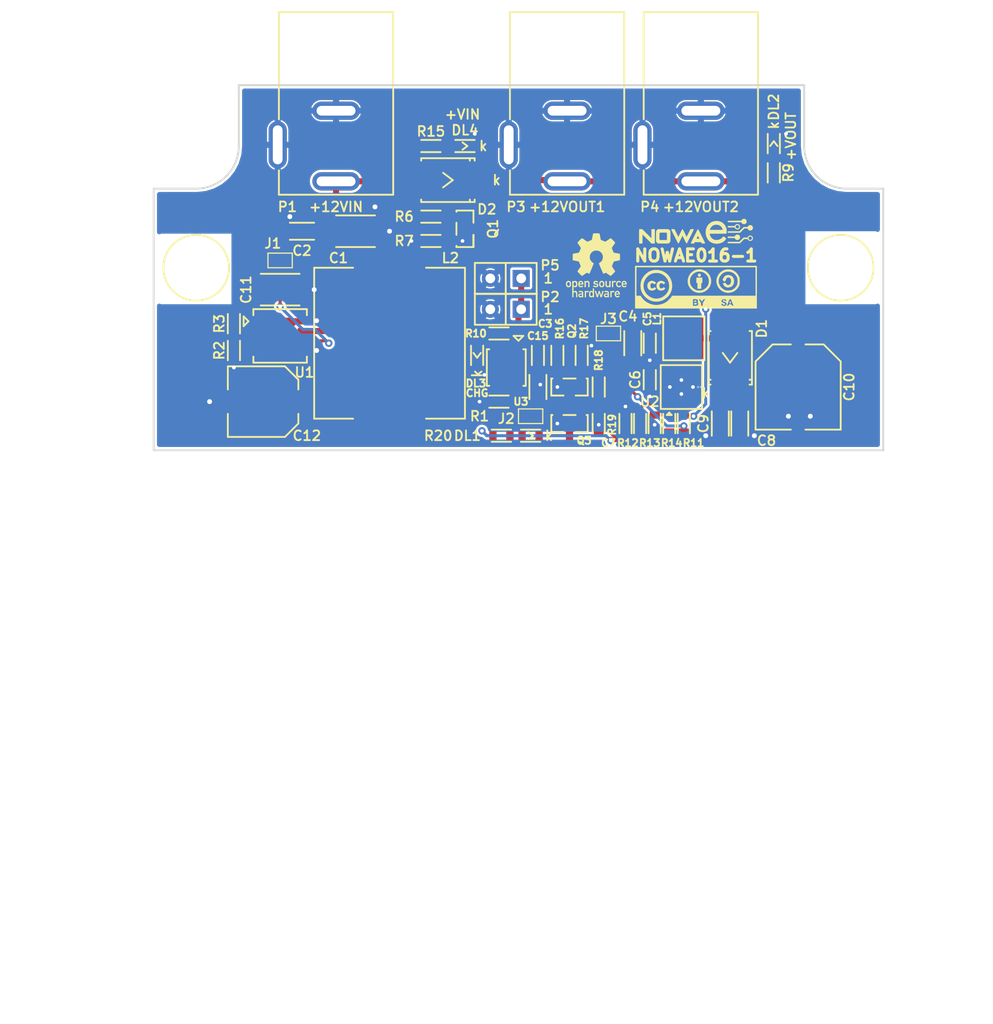
<source format=kicad_pcb>
(kicad_pcb (version 20171130) (host pcbnew "(5.1.4-0-10_14)")
  (title_block (date 2020-10-19))
  (layers (0 F.Cu signal) (31 B.Cu signal) (34 B.Paste user hide) (35 F.Paste user hide) (36 B.SilkS user) (37 F.SilkS user) (38 B.Mask user hide) (39 F.Mask user hide) (44 Edge.Cuts user))
  (net 0 "")
  (net 1 GND)
  (net 2 "Net-(DL1-Pad1)")
  (net 3 "Net-(R1-Pad1)")
  (net 4 +VBAT)
  (net 5 "Net-(C6-Pad1)")
  (net 6 "Net-(C7-Pad1)")
  (net 7 "Net-(D1-Pad1)")
  (net 8 +12V)
  (net 9 "Net-(DL2-Pad1)")
  (net 10 "Net-(DL3-Pad1)")
  (net 11 /~CHG)
  (net 12 "Net-(DL4-Pad1)")
  (net 13 /0V8)
  (net 14 "Net-(Q1-Pad3)")
  (net 15 "Net-(R12-Pad1)")
  (net 16 "Net-(R13-Pad1)")
  (net 17 +VIN)
  (net 18 "Net-(DL1-Pad2)")
  (net 19 "Net-(Q2-Pad3)")
  (net 20 "Net-(Q2-Pad1)")
  (net 21 "Net-(U3-Pad2)")
  (net 22 "Net-(C11-Pad1)")
  (net 23 "Net-(C12-Pad1)")
  (net 24 "Net-(R2-Pad1)")
  (net 25 "Net-(L2-Pad1)")
  (net 26 "Net-(C15-Pad1)")
  (net 27 "Net-(C4-Pad1)")
  (module DFN:DFN8_4.0x4.0_0.8 (layer F.Cu) (at 10.4 20.6)
    (fp_text reference U1 (at 2 3) (layer F.SilkS) (effects (font (size 0.8 0.8))))
    (fp_text value ST1S10PUR hide)
    (pad 8 smd rect (at 1.9 -1.2) (size 0.9 0.5) (layers F.Cu F.Paste F.Mask) (net 1 GND))
    (pad 7 smd rect (at 1.9 -0.4) (size 0.9 0.5) (layers F.Cu F.Paste F.Mask) (net 25 "Net-(L2-Pad1)"))
    (pad 9 smd rect (at 0 0) (size 2.2 3) (layers F.Cu F.Paste F.Mask) (net 1 GND))
    (pad 6 smd rect (at 1.9 0.4) (size 0.9 0.5) (layers F.Cu F.Paste F.Mask) (net 22 "Net-(C11-Pad1)"))
    (pad 5 smd rect (at 1.9 1.2) (size 0.9 0.5) (layers F.Cu F.Paste F.Mask) (net 1 GND))
    (pad 4 smd rect (at -1.9 1.2) (size 0.9 0.5) (layers F.Cu F.Paste F.Mask) (net 1 GND))
    (pad 3 smd rect (at -1.9 0.4) (size 0.9 0.5) (layers F.Cu F.Paste F.Mask) (net 24 "Net-(R2-Pad1)"))
    (pad 2 smd rect (at -1.9 -0.4) (size 0.9 0.5) (layers F.Cu F.Paste F.Mask) (net 22 "Net-(C11-Pad1)"))
    (pad 1 smd rect (at -1.9 -1.2) (size 0.9 0.5) (layers F.Cu F.Paste F.Mask) (net 22 "Net-(C11-Pad1)"))
  )
  (module CONNECTOR:BARRELJACK-WE-694106301002 (layer F.Cu) (at 45 1.5 180)
    (fp_text reference P4 (at 4.2 -8.5 180) (layer F.SilkS) (effects (font (size 0.8 0.8))))
    (fp_text value BARRELJACK hide)
    (pad 3 thru_hole oval (at 4.8 -3.4 270) (size 3.9 1.5) (drill oval 3.2 0.8) (layers *.Cu *.Mask) (net 1 GND))
    (pad 2 thru_hole oval (at 0 -0.6 180) (size 3.9 1.5) (drill oval 3.2 0.8) (layers *.Cu *.Mask) (net 1 GND))
    (pad 1 thru_hole oval (at 0 -6.4 180) (size 3.9 1.5) (drill oval 3.2 0.8) (layers *.Cu *.Mask) (net 8 +12V))
  )
  (module CONNECTOR:BARRELJACK-WE-694106301002 (layer F.Cu) (at 34 1.5 180)
    (fp_text reference P3 (at 4.2 -8.5 180) (layer F.SilkS) (effects (font (size 0.8 0.8))))
    (fp_text value BARRELJACK hide)
    (pad 3 thru_hole oval (at 4.8 -3.4 270) (size 3.9 1.5) (drill oval 3.2 0.8) (layers *.Cu *.Mask) (net 1 GND))
    (pad 2 thru_hole oval (at 0 -0.6 180) (size 3.9 1.5) (drill oval 3.2 0.8) (layers *.Cu *.Mask) (net 1 GND))
    (pad 1 thru_hole oval (at 0 -6.4 180) (size 3.9 1.5) (drill oval 3.2 0.8) (layers *.Cu *.Mask) (net 8 +12V))
  )
  (module CONNECTOR:BARRELJACK-WE-694106301002 (layer F.Cu) (at 15 1.5 180)
    (fp_text reference P1 (at 4 -8.5 180) (layer F.SilkS) (effects (font (size 0.8 0.8))))
    (fp_text value BARRELJACK hide)
    (pad 3 thru_hole oval (at 4.8 -3.4 270) (size 3.9 1.5) (drill oval 3.2 0.8) (layers *.Cu *.Mask) (net 1 GND))
    (pad 2 thru_hole oval (at 0 -0.6 180) (size 3.9 1.5) (drill oval 3.2 0.8) (layers *.Cu *.Mask) (net 1 GND))
    (pad 1 thru_hole oval (at 0 -6.4 180) (size 3.9 1.5) (drill oval 3.2 0.8) (layers *.Cu *.Mask) (net 17 +VIN))
  )
  (module MECHANICAL:SCREW-M2.5 (layer F.Cu) (at 3.5 15)
    (fp_text reference REF** hide)
    (fp_text value SCREW-M2.5 hide)
    (pad "" np_thru_hole circle (at 0 0) (size 2.6 2.6) (drill 2.6) (layers *.Cu *.Mask))
  )
  (module MECHANICAL:SCREW-M2.5 (layer F.Cu) (at 56.5 15)
    (fp_text reference REF** hide)
    (fp_text value SCREW-M2.5 hide)
    (pad "" np_thru_hole circle (at 0 0) (size 2.6 2.6) (drill 2.6) (layers *.Cu *.Mask))
  )
  (module MECHANICAL:FIDUCIAL-TOP (layer F.Cu) (at 3.5 28)
    (fp_text reference VAL** hide)
    (fp_text value FIDUCIAL-TOP hide)
    (pad "" smd circle (at 0 0) (size 1 1) (layers F.Cu F.Paste F.Mask))
  )
  (module MECHANICAL:FIDUCIAL-TOP (layer F.Cu) (at 56.6 10)
    (fp_text reference VAL** hide)
    (fp_text value FIDUCIAL-TOP hide)
    (pad "" smd circle (at 0 0) (size 1 1) (layers F.Cu F.Paste F.Mask))
  )
  (module MECHANICAL:FIDUCIAL-TOP (layer F.Cu) (at 3.5 10)
    (fp_text reference VAL** hide)
    (fp_text value FIDUCIAL-TOP hide)
    (pad "" smd circle (at 0 0) (size 1 1) (layers F.Cu F.Paste F.Mask))
  )
  (module LOGO:LOGO_NOWAE_10MM_FSILK (layer F.Cu) (at 44.6 12)
    (fp_text reference G*** hide)
    (fp_text value LOGO hide)
  )
  (module EXTLOGO:LOGO_OSH_5MM_FSILK (layer F.Cu) (at 36.4 14.8)
    (fp_text reference G*** hide)
    (fp_text value LOGO hide)
  )
  (module EXTLOGO:LOGO_CC-BY-SA_10MM_FSILK (layer F.Cu) (at 44.6 16.6)
    (fp_text reference G*** hide)
    (fp_text value LOGO hide)
  )
  (module SON:WSON10_3.0x3.0_0.5_10+1 (layer F.Cu) (at 43.4 24.8 90)
    (fp_text reference U2 (at -1.2 -2.6 180) (layer F.SilkS) (effects (font (size 0.8 0.8))))
    (fp_text value TPS61087DRCR hide)
    (pad 11 thru_hole circle (at 0 0.95 90) (size 0.5 0.5) (drill 0.3) (layers *.Cu *.Mask) (net 1 GND))
    (pad 11 thru_hole circle (at 0 -0.95 90) (size 0.5 0.5) (drill 0.3) (layers *.Cu *.Mask) (net 1 GND))
    (pad 11 thru_hole circle (at -0.575 0 90) (size 0.5 0.5) (drill 0.3) (layers *.Cu *.Mask) (net 1 GND))
    (pad 11 thru_hole circle (at 0.575 0 90) (size 0.5 0.5) (drill 0.3) (layers *.Cu *.Mask) (net 1 GND))
    (pad 11 smd rect (at 0.25 1.4 90) (size 0.25 0.5) (layers F.Cu F.Paste F.Mask) (net 1 GND))
    (pad 11 smd rect (at -0.25 1.4 90) (size 0.25 0.5) (layers F.Cu F.Paste F.Mask) (net 1 GND))
    (pad 11 smd rect (at 0.25 -1.4 90) (size 0.25 0.5) (layers F.Cu F.Paste F.Mask) (net 1 GND))
    (pad 11 smd rect (at -0.25 -1.4 90) (size 0.25 0.5) (layers F.Cu F.Paste F.Mask) (net 1 GND))
    (pad 11 smd rect (at 0 0 180) (size 2.4 1.7) (layers F.Cu F.Paste F.Mask) (net 1 GND))
    (pad 10 smd rect (at 1.4 -1 180) (size 0.3 0.6) (layers F.Cu F.Paste F.Mask) (net 5 "Net-(C6-Pad1)"))
    (pad 9 smd rect (at 1.4 -0.5 180) (size 0.3 0.6) (layers F.Cu F.Paste F.Mask) (net 27 "Net-(C4-Pad1)"))
    (pad 8 smd rect (at 1.4 0 180) (size 0.3 0.6) (layers F.Cu F.Paste F.Mask) (net 27 "Net-(C4-Pad1)"))
    (pad 7 smd rect (at 1.4 0.5 180) (size 0.3 0.6) (layers F.Cu F.Paste F.Mask) (net 7 "Net-(D1-Pad1)"))
    (pad 6 smd rect (at 1.4 1 180) (size 0.3 0.6) (layers F.Cu F.Paste F.Mask) (net 7 "Net-(D1-Pad1)"))
    (pad 5 smd rect (at -1.4 1 180) (size 0.3 0.6) (layers F.Cu F.Paste F.Mask) (net 1 GND))
    (pad 4 smd rect (at -1.4 0.5 180) (size 0.3 0.6) (layers F.Cu F.Paste F.Mask) (net 1 GND))
    (pad 3 smd rect (at -1.4 0 180) (size 0.3 0.6) (layers F.Cu F.Paste F.Mask) (net 14 "Net-(Q1-Pad3)"))
    (pad 2 smd rect (at -1.4 -0.5 180) (size 0.3 0.6) (layers F.Cu F.Paste F.Mask) (net 16 "Net-(R13-Pad1)"))
    (pad 1 smd rect (at -1.4 -1 180) (size 0.3 0.6) (layers F.Cu F.Paste F.Mask) (net 15 "Net-(R12-Pad1)"))
  )
  (module CAPACITOR:CAPACITOR-0805 (layer F.Cu) (at 39.4 21.2 270)
    (fp_text reference C4 (at -2.2 0.4) (layer F.SilkS) (effects (font (size 0.8 0.8))))
    (fp_text value 22u hide)
    (pad 1 smd rect (at -0.95 0 270) (size 0.9 1.3) (layers F.Cu F.Paste F.Mask) (net 27 "Net-(C4-Pad1)"))
    (pad 2 smd rect (at 0.95 0 270) (size 0.9 1.3) (layers F.Cu F.Paste F.Mask) (net 1 GND))
  )
  (module CAPACITOR:CAPACITOR-0603 (layer F.Cu) (at 40.8 21.2 270)
    (fp_text reference C5 (at -2 0.2 90) (layer F.SilkS) (effects (font (size 0.6 0.6))))
    (fp_text value 1u hide)
    (pad 2 smd rect (at 0.7 0 270) (size 0.6 0.8) (layers F.Cu F.Paste F.Mask) (net 1 GND))
    (pad 1 smd rect (at -0.7 0 270) (size 0.6 0.8) (layers F.Cu F.Paste F.Mask) (net 27 "Net-(C4-Pad1)"))
  )
  (module CAPACITOR:CAPACITOR-0603 (layer F.Cu) (at 40.8 24.2 270)
    (fp_text reference C6 (at 0 1.2 90) (layer F.SilkS) (effects (font (size 0.8 0.8))))
    (fp_text value 100n hide)
    (pad 2 smd rect (at 0.7 0 270) (size 0.6 0.8) (layers F.Cu F.Paste F.Mask) (net 1 GND))
    (pad 1 smd rect (at -0.7 0 270) (size 0.6 0.8) (layers F.Cu F.Paste F.Mask) (net 5 "Net-(C6-Pad1)"))
  )
  (module CAPACITOR:CAPACITOR-0603 (layer F.Cu) (at 38.8 27.8 90)
    (fp_text reference C7 (at -1.6 -1.4 180) (layer F.SilkS) (effects (font (size 0.6 0.6))))
    (fp_text value 820p hide)
    (pad 1 smd rect (at -0.7 0 90) (size 0.6 0.8) (layers F.Cu F.Paste F.Mask) (net 6 "Net-(C7-Pad1)"))
    (pad 2 smd rect (at 0.7 0 90) (size 0.6 0.8) (layers F.Cu F.Paste F.Mask) (net 1 GND))
  )
  (module CAPACITOR:CAPACITOR-0805 (layer F.Cu) (at 48.2 27.8 270)
    (fp_text reference C8 (at 1.4 -2.2 180) (layer F.SilkS) (effects (font (size 0.8 0.8))))
    (fp_text value 10u hide)
    (pad 2 smd rect (at 0.95 0 270) (size 0.9 1.3) (layers F.Cu F.Paste F.Mask) (net 1 GND))
    (pad 1 smd rect (at -0.95 0 270) (size 0.9 1.3) (layers F.Cu F.Paste F.Mask) (net 8 +12V))
  )
  (module CAPACITOR:CAPACITOR-0805 (layer F.Cu) (at 46.6 27.8 270)
    (fp_text reference C9 (at 0 1.4 90) (layer F.SilkS) (effects (font (size 0.8 0.8))))
    (fp_text value 10u hide)
    (pad 1 smd rect (at -0.95 0 270) (size 0.9 1.3) (layers F.Cu F.Paste F.Mask) (net 8 +12V))
    (pad 2 smd rect (at 0.95 0 270) (size 0.9 1.3) (layers F.Cu F.Paste F.Mask) (net 1 GND))
  )
  (module DIODE:DIODE-DO214AA-UNI (layer F.Cu) (at 47.4 22.4 270)
    (fp_text reference D1 (at -2.4 -2.6 90) (layer F.SilkS) (effects (font (size 0.8 0.8))))
    (fp_text value SS22 hide)
    (fp_text user k (at 2.9 2 180) (layer F.SilkS) (effects (font (size 0.8 0.8))))
    (pad 1 smd rect (at -2.3 0 270) (size 2.2 2.8) (layers F.Cu F.Paste F.Mask) (net 7 "Net-(D1-Pad1)"))
    (pad 2 smd rect (at 2.3 0 270) (size 2.2 2.8) (layers F.Cu F.Paste F.Mask) (net 8 +12V))
  )
  (module DIODE:DIODE-DO214AA-UNI (layer F.Cu) (at 24.2 7.8)
    (fp_text reference D2 (at 3.2 2.4) (layer F.SilkS) (effects (font (size 0.8 0.8))))
    (fp_text value SS22 hide)
    (fp_text user k (at 4 0) (layer F.SilkS) (effects (font (size 0.8 0.8))))
    (pad 1 smd rect (at -2.3 0) (size 2.2 2.8) (layers F.Cu F.Paste F.Mask) (net 17 +VIN))
    (pad 2 smd rect (at 2.3 0) (size 2.2 2.8) (layers F.Cu F.Paste F.Mask) (net 8 +12V))
  )
  (module SOT:SOT23-3 (layer F.Cu) (at 25.6 11.8 270)
    (fp_text reference Q1 (at 0 -2.3 270) (layer F.SilkS) (effects (font (size 0.8 0.8))))
    (fp_text value BCW66GLT hide)
    (pad 1 smd rect (at -0.95 1.00076 270) (size 0.8001 1) (layers F.Cu F.Paste F.Mask) (net 13 /0V8))
    (pad 2 smd rect (at 0.95 1.00076 270) (size 0.8001 1) (layers F.Cu F.Paste F.Mask) (net 1 GND))
    (pad 3 smd rect (at 0 -0.99822 270) (size 0.8001 1) (layers F.Cu F.Paste F.Mask) (net 14 "Net-(Q1-Pad3)"))
  )
  (module RESISTOR:RESISTOR-0603 (layer F.Cu) (at 22.8 10.8)
    (fp_text reference R6 (at -2.2 0 180) (layer F.SilkS) (effects (font (size 0.8 0.8))))
    (fp_text value 140k hide)
    (pad 2 smd rect (at 0.7 0) (size 0.6 0.8) (layers F.Cu F.Paste F.Mask) (net 13 /0V8))
    (pad 1 smd rect (at -0.7 0) (size 0.6 0.8) (layers F.Cu F.Paste F.Mask) (net 17 +VIN))
  )
  (module RESISTOR:RESISTOR-0603 (layer F.Cu) (at 22.8 12.8 180)
    (fp_text reference R7 (at 2.2 0) (layer F.SilkS) (effects (font (size 0.8 0.8))))
    (fp_text value 10k hide)
    (pad 1 smd rect (at -0.7 0 180) (size 0.6 0.8) (layers F.Cu F.Paste F.Mask) (net 13 /0V8))
    (pad 2 smd rect (at 0.7 0 180) (size 0.6 0.8) (layers F.Cu F.Paste F.Mask) (net 1 GND))
  )
  (module RESISTOR:RESISTOR-0603 (layer F.Cu) (at 51 7.2 270)
    (fp_text reference R9 (at 0 -1.2 270) (layer F.SilkS) (effects (font (size 0.8 0.8))))
    (fp_text value 18k hide)
    (pad 2 smd rect (at 0.7 0 270) (size 0.6 0.8) (layers F.Cu F.Paste F.Mask) (net 8 +12V))
    (pad 1 smd rect (at -0.7 0 270) (size 0.6 0.8) (layers F.Cu F.Paste F.Mask) (net 9 "Net-(DL2-Pad1)"))
  )
  (module RESISTOR:RESISTOR-0603 (layer F.Cu) (at 28.4 20.4)
    (fp_text reference R10 (at -1.9 0 180) (layer F.SilkS) (effects (font (size 0.6 0.6))))
    (fp_text value 18k hide)
    (pad 2 smd rect (at 0.7 0) (size 0.6 0.8) (layers F.Cu F.Paste F.Mask) (net 4 +VBAT))
    (pad 1 smd rect (at -0.7 0) (size 0.6 0.8) (layers F.Cu F.Paste F.Mask) (net 10 "Net-(DL3-Pad1)"))
  )
  (module RESISTOR:RESISTOR-0603 (layer F.Cu) (at 43.6 27.8 90)
    (fp_text reference R11 (at -1.6 0.8 180) (layer F.SilkS) (effects (font (size 0.6 0.6))))
    (fp_text value 100k hide)
    (pad 1 smd rect (at -0.7 0 90) (size 0.6 0.8) (layers F.Cu F.Paste F.Mask) (net 27 "Net-(C4-Pad1)"))
    (pad 2 smd rect (at 0.7 0 90) (size 0.6 0.8) (layers F.Cu F.Paste F.Mask) (net 14 "Net-(Q1-Pad3)"))
  )
  (module RESISTOR:RESISTOR-0603 (layer F.Cu) (at 40 27.8 270)
    (fp_text reference R12 (at 1.6 1) (layer F.SilkS) (effects (font (size 0.6 0.6))))
    (fp_text value 18k hide)
    (pad 1 smd rect (at -0.7 0 270) (size 0.6 0.8) (layers F.Cu F.Paste F.Mask) (net 15 "Net-(R12-Pad1)"))
    (pad 2 smd rect (at 0.7 0 270) (size 0.6 0.8) (layers F.Cu F.Paste F.Mask) (net 6 "Net-(C7-Pad1)"))
  )
  (module RESISTOR:RESISTOR-0603 (layer F.Cu) (at 41.2 27.8 270)
    (fp_text reference R13 (at 1.6 0.4) (layer F.SilkS) (effects (font (size 0.6 0.6))))
    (fp_text value 18k hide)
    (pad 2 smd rect (at 0.7 0 270) (size 0.6 0.8) (layers F.Cu F.Paste F.Mask) (net 1 GND))
    (pad 1 smd rect (at -0.7 0 270) (size 0.6 0.8) (layers F.Cu F.Paste F.Mask) (net 16 "Net-(R13-Pad1)"))
  )
  (module RESISTOR:RESISTOR-0603 (layer F.Cu) (at 42.4 27.8 90)
    (fp_text reference R14 (at -1.6 0.2 180) (layer F.SilkS) (effects (font (size 0.6 0.6))))
    (fp_text value 154k hide)
    (pad 1 smd rect (at -0.7 0 90) (size 0.6 0.8) (layers F.Cu F.Paste F.Mask) (net 8 +12V))
    (pad 2 smd rect (at 0.7 0 90) (size 0.6 0.8) (layers F.Cu F.Paste F.Mask) (net 16 "Net-(R13-Pad1)"))
  )
  (module RESISTOR:RESISTOR-0603 (layer F.Cu) (at 22.8 5)
    (fp_text reference R15 (at 0 -1.2) (layer F.SilkS) (effects (font (size 0.8 0.8))))
    (fp_text value 18k hide)
    (pad 1 smd rect (at -0.7 0) (size 0.6 0.8) (layers F.Cu F.Paste F.Mask) (net 17 +VIN))
    (pad 2 smd rect (at 0.7 0) (size 0.6 0.8) (layers F.Cu F.Paste F.Mask) (net 12 "Net-(DL4-Pad1)"))
  )
  (module CAPACITOR:CAPACITOR-0603 (layer F.Cu) (at 31.6 22.2 270)
    (fp_text reference C3 (at -2.6 -0.6) (layer F.SilkS) (effects (font (size 0.6 0.6))))
    (fp_text value 2u2 hide)
    (pad 1 smd rect (at -0.7 0 270) (size 0.6 0.8) (layers F.Cu F.Paste F.Mask) (net 4 +VBAT))
    (pad 2 smd rect (at 0.7 0 270) (size 0.6 0.8) (layers F.Cu F.Paste F.Mask) (net 1 GND))
  )
  (module CAPACITOR:CAPACITOR-0805 (layer F.Cu) (at 31.6 24.8 90)
    (fp_text reference C15 (at 4.2 0 180) (layer F.SilkS) (effects (font (size 0.6 0.6))))
    (fp_text value 47u hide)
    (pad 1 smd rect (at -0.95 0 90) (size 0.9 1.3) (layers F.Cu F.Paste F.Mask) (net 26 "Net-(C15-Pad1)"))
    (pad 2 smd rect (at 0.95 0 90) (size 0.9 1.3) (layers F.Cu F.Paste F.Mask) (net 1 GND))
  )
  (module SOT:SOT23-3 (layer F.Cu) (at 34.2 24.8 180)
    (fp_text reference Q2 (at -0.2 4.6 90) (layer F.SilkS) (effects (font (size 0.6 0.6))))
    (fp_text value BCW66GLT hide)
    (pad 1 smd rect (at -0.95 1 180) (size 0.6 1) (layers F.Cu F.Paste F.Mask) (net 20 "Net-(Q2-Pad1)"))
    (pad 2 smd rect (at 0.95 1 180) (size 0.6 1) (layers F.Cu F.Paste F.Mask) (net 1 GND))
    (pad 3 smd rect (at 0 -1 180) (size 0.6 1) (layers F.Cu F.Paste F.Mask) (net 19 "Net-(Q2-Pad3)"))
  )
  (module SOT:SOT23-3 (layer F.Cu) (at 34.2 27.8 180)
    (fp_text reference Q3 (at -1.2 -1.4) (layer F.SilkS) (effects (font (size 0.6 0.6))))
    (fp_text value BCW66GLT hide)
    (pad 3 smd rect (at 0 -1 180) (size 0.6 1) (layers F.Cu F.Paste F.Mask) (net 18 "Net-(DL1-Pad2)"))
    (pad 2 smd rect (at 0.95 1 180) (size 0.6 1) (layers F.Cu F.Paste F.Mask) (net 1 GND))
    (pad 1 smd rect (at -0.95 1 180) (size 0.6 1) (layers F.Cu F.Paste F.Mask) (net 19 "Net-(Q2-Pad3)"))
  )
  (module RESISTOR:RESISTOR-0603 (layer F.Cu) (at 28.4 26 180)
    (fp_text reference R1 (at 1.6 -1.2) (layer F.SilkS) (effects (font (size 0.8 0.8))))
    (fp_text value 3k9 hide)
    (pad 1 smd rect (at -0.7 0 180) (size 0.6 0.8) (layers F.Cu F.Paste F.Mask) (net 3 "Net-(R1-Pad1)"))
    (pad 2 smd rect (at 0.7 0 180) (size 0.6 0.8) (layers F.Cu F.Paste F.Mask) (net 1 GND))
  )
  (module RESISTOR:RESISTOR-0603 (layer F.Cu) (at 33.2 22.2 90)
    (fp_text reference R16 (at 2.2 0.2 90) (layer F.SilkS) (effects (font (size 0.6 0.6))))
    (fp_text value 360k hide)
    (pad 2 smd rect (at 0.7 0 90) (size 0.6 0.8) (layers F.Cu F.Paste F.Mask) (net 27 "Net-(C4-Pad1)"))
    (pad 1 smd rect (at -0.7 0 90) (size 0.6 0.8) (layers F.Cu F.Paste F.Mask) (net 20 "Net-(Q2-Pad1)"))
  )
  (module RESISTOR:RESISTOR-0603 (layer F.Cu) (at 35.2 22.2 270)
    (fp_text reference R17 (at -2.2 -0.2 90) (layer F.SilkS) (effects (font (size 0.6 0.6))))
    (fp_text value 100k hide)
    (pad 1 smd rect (at -0.7 0 270) (size 0.6 0.8) (layers F.Cu F.Paste F.Mask) (net 1 GND))
    (pad 2 smd rect (at 0.7 0 270) (size 0.6 0.8) (layers F.Cu F.Paste F.Mask) (net 20 "Net-(Q2-Pad1)"))
  )
  (module RESISTOR:RESISTOR-0603 (layer F.Cu) (at 36.6 24.8 90)
    (fp_text reference R18 (at 2.2 0 90) (layer F.SilkS) (effects (font (size 0.6 0.6))))
    (fp_text value 140k hide)
    (pad 1 smd rect (at -0.7 0 90) (size 0.6 0.8) (layers F.Cu F.Paste F.Mask) (net 19 "Net-(Q2-Pad3)"))
    (pad 2 smd rect (at 0.7 0 90) (size 0.6 0.8) (layers F.Cu F.Paste F.Mask) (net 8 +12V))
  )
  (module RESISTOR:RESISTOR-0603 (layer F.Cu) (at 36.6 27.8 90)
    (fp_text reference R19 (at -0.1 1.1 90) (layer F.SilkS) (effects (font (size 0.6 0.6))))
    (fp_text value 10k hide)
    (pad 2 smd rect (at 0.7 0 90) (size 0.6 0.8) (layers F.Cu F.Paste F.Mask) (net 19 "Net-(Q2-Pad3)"))
    (pad 1 smd rect (at -0.7 0 90) (size 0.6 0.8) (layers F.Cu F.Paste F.Mask) (net 1 GND))
  )
  (module DFN:DFN6_3.0x3.0_1.0 (layer F.Cu) (at 29 23.2 270)
    (fp_text reference U3 (at 2.8 -1.2 180) (layer F.SilkS) (effects (font (size 0.6 0.6))))
    (fp_text value STBC08PMR hide)
    (pad 1 smd rect (at -1.5 -1 270) (size 0.9 0.5) (layers F.Cu F.Paste F.Mask) (net 4 +VBAT))
    (pad 2 smd rect (at -1.5 0 270) (size 0.9 0.5) (layers F.Cu F.Paste F.Mask) (net 21 "Net-(U3-Pad2)"))
    (pad 3 smd rect (at -1.5 1 270) (size 0.9 0.5) (layers F.Cu F.Paste F.Mask) (net 11 /~CHG))
    (pad 4 smd rect (at 1.5 1 270) (size 0.9 0.5) (layers F.Cu F.Paste F.Mask) (net 1 GND))
    (pad 5 smd rect (at 1.5 0 270) (size 0.9 0.5) (layers F.Cu F.Paste F.Mask) (net 3 "Net-(R1-Pad1)"))
    (pad 6 smd rect (at 1.5 -1 270) (size 0.9 0.5) (layers F.Cu F.Paste F.Mask) (net 26 "Net-(C15-Pad1)"))
    (pad 7 smd rect (at 0 0 270) (size 1.6 2.5) (layers F.Cu F.Paste F.Mask) (net 1 GND))
  )
  (module INDUCTOR:INDUCTOR_WE-MAPI-3020 (layer F.Cu) (at 43.6 20.8)
    (fp_text reference L1 (at -2.2 -1.6 90) (layer F.SilkS) (effects (font (size 0.6 0.6))))
    (fp_text value 3u3 hide)
    (pad 1 smd rect (at -1 0) (size 1.2 3.4) (layers F.Cu F.Paste F.Mask) (net 27 "Net-(C4-Pad1)"))
    (pad 2 smd rect (at 1 0) (size 1.2 3.4) (layers F.Cu F.Paste F.Mask) (net 7 "Net-(D1-Pad1)"))
  )
  (module CAPACITOR:CAPACITOR-6.3x5.3 (layer F.Cu) (at 53 24.8 270)
    (fp_text reference C10 (at 0 -4.2 90) (layer F.SilkS) (effects (font (size 0.8 0.8))))
    (fp_text value 47u hide)
    (pad 1 smd rect (at -2.5 0 270) (size 3.2 0.7) (layers F.Cu F.Paste F.Mask) (net 8 +12V))
    (pad 2 smd rect (at 2.5 0 270) (size 3.2 0.7) (layers F.Cu F.Paste F.Mask) (net 1 GND))
  )
  (module RESISTOR:RESISTOR-0603 (layer F.Cu) (at 28.6 28.8)
    (fp_text reference R20 (at -5.2 0) (layer F.SilkS) (effects (font (size 0.8 0.8))))
    (fp_text value 18k hide)
    (pad 1 smd rect (at -0.7 0) (size 0.6 0.8) (layers F.Cu F.Paste F.Mask) (net 8 +12V))
    (pad 2 smd rect (at 0.7 0) (size 0.6 0.8) (layers F.Cu F.Paste F.Mask) (net 2 "Net-(DL1-Pad1)"))
  )
  (module CAPACITOR:CAPACITOR-1210 (layer F.Cu) (at 10.4 16.8)
    (fp_text reference C11 (at -2.8 0 90) (layer F.SilkS) (effects (font (size 0.8 0.8))))
    (fp_text value 10u hide)
    (pad 2 smd rect (at 1.55 0) (size 1.1 2.6) (layers F.Cu F.Paste F.Mask) (net 1 GND))
    (pad 1 smd rect (at -1.55 0) (size 1.1 2.6) (layers F.Cu F.Paste F.Mask) (net 22 "Net-(C11-Pad1)"))
  )
  (module CAPACITOR:CAPACITOR-5.0x5.5 (layer F.Cu) (at 9 26 180)
    (fp_text reference C12 (at -3.6 -2.8) (layer F.SilkS) (effects (font (size 0.8 0.8))))
    (fp_text value 47u hide)
    (pad 1 smd rect (at -2.2 0 180) (size 3 1.6) (layers F.Cu F.Paste F.Mask) (net 23 "Net-(C12-Pad1)"))
    (pad 2 smd rect (at 2.2 0 180) (size 3 1.6) (layers F.Cu F.Paste F.Mask) (net 1 GND))
  )
  (module RESISTOR:RESISTOR-0603 (layer F.Cu) (at 6.6 21.8 270)
    (fp_text reference R2 (at 0 1.2 90) (layer F.SilkS) (effects (font (size 0.8 0.8))))
    (fp_text value 2k1 hide)
    (pad 1 smd rect (at -0.7 0 270) (size 0.6 0.8) (layers F.Cu F.Paste F.Mask) (net 24 "Net-(R2-Pad1)"))
    (pad 2 smd rect (at 0.7 0 270) (size 0.6 0.8) (layers F.Cu F.Paste F.Mask) (net 1 GND))
  )
  (module RESISTOR:RESISTOR-0603 (layer F.Cu) (at 6.6 19.6 90)
    (fp_text reference R3 (at 0 -1.2 90) (layer F.SilkS) (effects (font (size 0.8 0.8))))
    (fp_text value 11k hide)
    (pad 2 smd rect (at 0.7 0 90) (size 0.6 0.8) (layers F.Cu F.Paste F.Mask) (net 23 "Net-(C12-Pad1)"))
    (pad 1 smd rect (at -0.7 0 90) (size 0.6 0.8) (layers F.Cu F.Paste F.Mask) (net 24 "Net-(R2-Pad1)"))
  )
  (module CAPACITOR:CAPACITOR-1210 (layer F.Cu) (at 16.6 12)
    (fp_text reference C1 (at -1.4 2.2) (layer F.SilkS) (effects (font (size 0.8 0.8))))
    (fp_text value 22u hide)
    (pad 1 smd rect (at -1.55 0) (size 1.1 2.6) (layers F.Cu F.Paste F.Mask) (net 17 +VIN))
    (pad 2 smd rect (at 1.55 0) (size 1.1 2.6) (layers F.Cu F.Paste F.Mask) (net 1 GND))
  )
  (module CAPACITOR:CAPACITOR-0805 (layer F.Cu) (at 12.2 12 180)
    (fp_text reference C2 (at 0 -1.6) (layer F.SilkS) (effects (font (size 0.8 0.8))))
    (fp_text value 100n hide)
    (pad 1 smd rect (at -0.95 0 180) (size 0.9 1.3) (layers F.Cu F.Paste F.Mask) (net 17 +VIN))
    (pad 2 smd rect (at 0.95 0 180) (size 0.9 1.3) (layers F.Cu F.Paste F.Mask) (net 1 GND))
  )
  (module INDUCTOR:INDUCTOR_WE-PD-1260 (layer F.Cu) (at 19.4 21.2)
    (fp_text reference L2 (at 5 -7) (layer F.SilkS) (effects (font (size 0.8 0.8))))
    (fp_text value 8u2 hide)
    (pad 1 smd rect (at 0 -4.9) (size 5.4 3) (layers F.Cu F.Paste F.Mask) (net 25 "Net-(L2-Pad1)"))
    (pad 2 smd rect (at 0 4.9) (size 5.4 3) (layers F.Cu F.Paste F.Mask) (net 23 "Net-(C12-Pad1)"))
  )
  (module CONNECTOR:CONN-STRIP-2x1-2.54 (layer F.Cu) (at 28.956 18.415 180)
    (fp_text reference P2 (at -3.644 1.015 180) (layer F.SilkS) (effects (font (size 0.8 0.8))))
    (fp_text value CONN_2X1 hide)
    (fp_text user 1 (at -3.5 0 180) (layer F.SilkS) (effects (font (size 0.8 0.8))))
    (pad 1 thru_hole rect (at -1.27 0 180) (size 1.4 1.4) (drill 0.8) (layers *.Cu *.Mask) (net 4 +VBAT))
    (pad 2 thru_hole circle (at 1.27 0 180) (size 1.4 1.4) (drill 0.8) (layers *.Cu *.Mask) (net 1 GND))
  )
  (module CONNECTOR:CONN-STRIP-2x1-2.54 (layer F.Cu) (at 28.956 15.875 180)
    (fp_text reference P5 (at -3.644 1.075 180) (layer F.SilkS) (effects (font (size 0.8 0.8))))
    (fp_text value CONN_2X1 hide)
    (fp_text user 1 (at -3.5 0 180) (layer F.SilkS) (effects (font (size 0.8 0.8))))
    (pad 2 thru_hole circle (at 1.27 0 180) (size 1.4 1.4) (drill 0.8) (layers *.Cu *.Mask) (net 1 GND))
    (pad 1 thru_hole rect (at -1.27 0 180) (size 1.4 1.4) (drill 0.8) (layers *.Cu *.Mask) (net 4 +VBAT))
  )
  (module LEDs:LED-0603 (layer F.Cu) (at 31 28.8)
    (fp_text reference DL1 (at -5.2 0) (layer F.SilkS) (effects (font (size 0.8 0.8))))
    (fp_text value RED hide)
    (fp_text user k (at 1.5 0) (layer F.SilkS) (effects (font (size 0.8 0.8))))
    (pad 1 smd rect (at -0.7 0) (size 0.6 0.8) (layers F.Cu F.Paste F.Mask) (net 2 "Net-(DL1-Pad1)"))
    (pad 2 smd rect (at 0.7 0) (size 0.6 0.8) (layers F.Cu F.Paste F.Mask) (net 18 "Net-(DL1-Pad2)"))
  )
  (module LEDs:LED-0603 (layer F.Cu) (at 51 4.8 90)
    (fp_text reference DL2 (at 3 0 90) (layer F.SilkS) (effects (font (size 0.8 0.8))))
    (fp_text value YELLOW hide)
    (fp_text user k (at 1.5 0 90) (layer F.SilkS) (effects (font (size 0.8 0.8))))
    (pad 2 smd rect (at 0.7 0 90) (size 0.6 0.8) (layers F.Cu F.Paste F.Mask) (net 1 GND))
    (pad 1 smd rect (at -0.7 0 90) (size 0.6 0.8) (layers F.Cu F.Paste F.Mask) (net 9 "Net-(DL2-Pad1)"))
  )
  (module LEDs:LED-0603 (layer F.Cu) (at 26.6 22.2 270)
    (fp_text reference DL3 (at 2.3 0.1 180) (layer F.SilkS) (effects (font (size 0.6 0.6))))
    (fp_text value YELLOW hide)
    (fp_text user k (at 1.5 0 90) (layer F.SilkS) (effects (font (size 0.8 0.8))))
    (pad 2 smd rect (at 0.7 0 270) (size 0.6 0.8) (layers F.Cu F.Paste F.Mask) (net 11 /~CHG))
    (pad 1 smd rect (at -0.7 0 270) (size 0.6 0.8) (layers F.Cu F.Paste F.Mask) (net 10 "Net-(DL3-Pad1)"))
  )
  (module LEDs:LED-0603 (layer F.Cu) (at 25.6 5)
    (fp_text reference DL4 (at 0 -1.3) (layer F.SilkS) (effects (font (size 0.8 0.8))))
    (fp_text value GREEN hide)
    (fp_text user k (at 1.5 0) (layer F.SilkS) (effects (font (size 0.8 0.8))))
    (pad 1 smd rect (at -0.7 0) (size 0.6 0.8) (layers F.Cu F.Paste F.Mask) (net 12 "Net-(DL4-Pad1)"))
    (pad 2 smd rect (at 0.7 0) (size 0.6 0.8) (layers F.Cu F.Paste F.Mask) (net 1 GND))
  )
  (module MISC:JUMPERSMD-2 (layer F.Cu) (at 10.4 14.4 180)
    (fp_text reference J1 (at 0.6 1.4) (layer F.SilkS) (effects (font (size 0.8 0.8))))
    (fp_text value JUMPER-2 hide)
    (pad 1 smd rect (at -0.55 0 180) (size 0.65 1.06) (layers F.Cu F.Paste F.Mask) (net 17 +VIN))
    (pad 2 smd rect (at 0.55 0 180) (size 0.65 1.06) (layers F.Cu F.Paste F.Mask) (net 22 "Net-(C11-Pad1)"))
  )
  (module MISC:JUMPERSMD-2 (layer F.Cu) (at 31 27.2)
    (fp_text reference J2 (at -2 0.2) (layer F.SilkS) (effects (font (size 0.8 0.8))))
    (fp_text value JUMPER-2 hide)
    (pad 2 smd rect (at 0.55 0) (size 0.65 1.06) (layers F.Cu F.Paste F.Mask) (net 26 "Net-(C15-Pad1)"))
    (pad 1 smd rect (at -0.55 0) (size 0.65 1.06) (layers F.Cu F.Paste F.Mask) (net 23 "Net-(C12-Pad1)"))
  )
  (module MISC:JUMPERSMD-2 (layer F.Cu) (at 37.4 20.4)
    (fp_text reference J3 (at 0 -1.2) (layer F.SilkS) (effects (font (size 0.8 0.8))))
    (fp_text value JUMPER-2 hide)
    (pad 1 smd rect (at -0.55 0) (size 0.65 1.06) (layers F.Cu F.Paste F.Mask) (net 4 +VBAT))
    (pad 2 smd rect (at 0.55 0) (size 0.65 1.06) (layers F.Cu F.Paste F.Mask) (net 27 "Net-(C4-Pad1)"))
  )
  (gr_text CHG (at 26.6 25.3) (layer F.SilkS) (effects (font (size 0.6 0.6))))
  (gr_text +VOUT (at 52.4 4.2 90) (layer F.SilkS) (effects (font (size 0.8 0.8))))
  (gr_text +VIN (at 25.4 2.4) (layer F.SilkS) (effects (font (size 0.8 0.8))))
  (gr_text +12VOUT2 (at 45 10) (layer F.SilkS) (effects (font (size 0.8 0.8))))
  (gr_text +12VOUT1 (at 34 10) (layer F.SilkS) (effects (font (size 0.8 0.8))))
  (gr_line (start 60 8.5) (end 60 30) (layer Edge.Cuts) (width 0.15))
  (gr_line (start 0 30) (end 0 8.5) (layer Edge.Cuts) (width 0.15))
  (gr_text +12VIN (at 15 10) (layer F.SilkS) (effects (font (size 0.8 0.8))))
  (gr_text NOWAE016-1 (at 44.6 14) (layer F.SilkS) (effects (font (size 1 1) (thickness 0.25))))
  (gr_line (start 0 30) (end 60 30) (layer Edge.Cuts) (width 0.15))
  (gr_line (start 57 8.5) (end 60 8.5) (layer Edge.Cuts) (width 0.15))
  (gr_arc (start 57 5) (end 53.5 5) (angle -90) (layer Edge.Cuts) (width 0.15))
  (gr_line (start 53.5 5) (end 53.5 0) (layer Edge.Cuts) (width 0.15))
  (gr_line (start 7 5) (end 7 0) (layer Edge.Cuts) (width 0.15))
  (gr_line (start 0 8.5) (end 3.5 8.5) (layer Edge.Cuts) (width 0.15))
  (gr_arc (start 3.5 5) (end 3.5 8.5) (angle -90) (layer Edge.Cuts) (width 0.15))
  (gr_line (start 7 0) (end 53.5 0) (layer Edge.Cuts) (width 0.15))
  (segment (start 26.3 4.1) (end 26.4 4) (width 0.25) (layer F.Cu) (net 1))
  (via (at 26.4 4) (size 0.6) (drill 0.3) (layers F.Cu B.Cu) (net 1))
  (segment (start 26.3 5) (end 26.3 4.1) (width 0.25) (layer F.Cu) (net 1))
  (via (at 21.2 12.8) (size 0.6) (drill 0.3) (layers F.Cu B.Cu) (net 1))
  (segment (start 22.1 12.8) (end 21.2 12.8) (width 0.25) (layer F.Cu) (net 1))
  (via (at 25.4 12.8) (size 0.6) (drill 0.3) (layers F.Cu B.Cu) (net 1))
  (segment (start 25.35 12.75) (end 25.4 12.8) (width 0.25) (layer F.Cu) (net 1))
  (segment (start 24.59924 12.75) (end 25.35 12.75) (width 0.25) (layer F.Cu) (net 1))
  (segment (start 31.6 22.9) (end 31.6 23.85) (width 0.25) (layer F.Cu) (net 1))
  (via (at 31.8 24.6) (size 0.6) (drill 0.3) (layers F.Cu B.Cu) (net 1))
  (segment (start 31.6 24.4) (end 31.8 24.6) (width 0.25) (layer F.Cu) (net 1))
  (segment (start 31.6 23.85) (end 31.6 24.4) (width 0.25) (layer F.Cu) (net 1))
  (via (at 33.2 24.8) (size 0.6) (drill 0.3) (layers F.Cu B.Cu) (net 1))
  (segment (start 33.25 24.75) (end 33.2 24.8) (width 0.25) (layer F.Cu) (net 1))
  (segment (start 33.25 23.8) (end 33.25 24.75) (width 0.25) (layer F.Cu) (net 1))
  (via (at 33.2 27.8) (size 0.6) (drill 0.3) (layers F.Cu B.Cu) (net 1))
  (segment (start 33.25 27.75) (end 33.2 27.8) (width 0.25) (layer F.Cu) (net 1))
  (segment (start 33.25 26.8) (end 33.25 27.75) (width 0.25) (layer F.Cu) (net 1))
  (segment (start 28 24.2) (end 29 23.2) (width 0.25) (layer F.Cu) (net 1))
  (segment (start 28 24.7) (end 28 24.2) (width 0.25) (layer F.Cu) (net 1))
  (via (at 26.8 26) (size 0.6) (drill 0.3) (layers F.Cu B.Cu) (net 1))
  (segment (start 27.7 26) (end 26.8 26) (width 0.25) (layer F.Cu) (net 1))
  (segment (start 27.8 23.2) (end 27.2 23.8) (width 0.5) (layer F.Cu) (net 1))
  (via (at 27.2 23.8) (size 0.6) (drill 0.3) (layers F.Cu B.Cu) (net 1))
  (segment (start 29 23.2) (end 27.8 23.2) (width 0.5) (layer F.Cu) (net 1))
  (segment (start 43.625 25.375) (end 43.4 25.375) (width 0.25) (layer F.Cu) (net 1))
  (segment (start 43.9 25.65) (end 43.625 25.375) (width 0.25) (layer F.Cu) (net 1))
  (segment (start 43.9 26.2) (end 43.9 25.65) (width 0.25) (layer F.Cu) (net 1))
  (segment (start 44.4 24.85) (end 44.35 24.8) (width 0.25) (layer F.Cu) (net 1))
  (segment (start 44.4 26.2) (end 44.4 24.85) (width 0.25) (layer F.Cu) (net 1))
  (segment (start 42.2 25.05) (end 42.45 24.8) (width 0.25) (layer F.Cu) (net 1))
  (segment (start 42 25.05) (end 42.2 25.05) (width 0.25) (layer F.Cu) (net 1))
  (segment (start 42.2 24.55) (end 42.45 24.8) (width 0.25) (layer F.Cu) (net 1))
  (segment (start 42 24.55) (end 42.2 24.55) (width 0.25) (layer F.Cu) (net 1))
  (via (at 40.8 25.575) (size 0.6) (drill 0.3) (layers F.Cu B.Cu) (net 1))
  (segment (start 40.8 24.9) (end 40.8 25.575) (width 0.25) (layer F.Cu) (net 1))
  (via (at 40.8 22.6) (size 0.6) (drill 0.3) (layers F.Cu B.Cu) (net 1))
  (segment (start 40.8 21.9) (end 40.8 22.6) (width 0.25) (layer F.Cu) (net 1))
  (segment (start 39.65 21.9) (end 39.4 22.15) (width 0.25) (layer F.Cu) (net 1))
  (segment (start 40.8 21.9) (end 39.65 21.9) (width 0.25) (layer F.Cu) (net 1))
  (via (at 38.8 26.4) (size 0.6) (drill 0.3) (layers F.Cu B.Cu) (net 1))
  (segment (start 38.8 27.1) (end 38.8 26.4) (width 0.25) (layer F.Cu) (net 1))
  (via (at 41.2 27.900002) (size 0.6) (drill 0.3) (layers F.Cu B.Cu) (net 1))
  (segment (start 41.2 28.5) (end 41.2 27.900002) (width 0.25) (layer F.Cu) (net 1))
  (via (at 36.6 27.900002) (size 0.6) (drill 0.3) (layers F.Cu B.Cu) (net 1))
  (segment (start 36.6 28.5) (end 36.6 27.900002) (width 0.25) (layer F.Cu) (net 1))
  (via (at 36 21.4) (size 0.6) (drill 0.3) (layers F.Cu B.Cu) (net 1))
  (segment (start 35.9 21.5) (end 36 21.4) (width 0.25) (layer F.Cu) (net 1))
  (segment (start 35.2 21.5) (end 35.9 21.5) (width 0.25) (layer F.Cu) (net 1))
  (via (at 4.6 26) (size 0.8) (drill 0.4) (layers F.Cu B.Cu) (net 1))
  (segment (start 6.8 26) (end 4.6 26) (width 0.5) (layer F.Cu) (net 1))
  (via (at 54 27.2) (size 0.8) (drill 0.4) (layers F.Cu B.Cu) (net 1))
  (segment (start 53.9 27.3) (end 54 27.2) (width 0.5) (layer F.Cu) (net 1))
  (segment (start 53 27.3) (end 53.9 27.3) (width 0.5) (layer F.Cu) (net 1))
  (via (at 52.2 27.2) (size 0.8) (drill 0.4) (layers F.Cu B.Cu) (net 1))
  (segment (start 52.3 27.3) (end 52.2 27.2) (width 0.5) (layer F.Cu) (net 1))
  (segment (start 53 27.3) (end 52.3 27.3) (width 0.5) (layer F.Cu) (net 1))
  (via (at 45.4 28.8) (size 0.8) (drill 0.4) (layers F.Cu B.Cu) (net 1))
  (segment (start 45.45 28.75) (end 45.4 28.8) (width 0.5) (layer F.Cu) (net 1))
  (segment (start 46.6 28.75) (end 45.45 28.75) (width 0.5) (layer F.Cu) (net 1))
  (via (at 49.4 28.8) (size 0.8) (drill 0.4) (layers F.Cu B.Cu) (net 1))
  (segment (start 49.35 28.75) (end 49.4 28.8) (width 0.5) (layer F.Cu) (net 1))
  (segment (start 48.2 28.75) (end 49.35 28.75) (width 0.5) (layer F.Cu) (net 1))
  (segment (start 18.15 10.05) (end 18.2 10) (width 0.5) (layer F.Cu) (net 1))
  (via (at 18.2 10) (size 0.8) (drill 0.4) (layers F.Cu B.Cu) (net 1))
  (segment (start 18.15 12) (end 18.15 10.05) (width 0.5) (layer F.Cu) (net 1))
  (via (at 19.4 12) (size 0.8) (drill 0.4) (layers F.Cu B.Cu) (net 1))
  (segment (start 18.15 12) (end 19.4 12) (width 0.5) (layer F.Cu) (net 1))
  (via (at 11.2 10.8) (size 0.8) (drill 0.4) (layers F.Cu B.Cu) (net 1))
  (segment (start 11.25 10.85) (end 11.2 10.8) (width 0.5) (layer F.Cu) (net 1))
  (segment (start 11.25 12) (end 11.25 10.85) (width 0.5) (layer F.Cu) (net 1))
  (via (at 13.2 16.8) (size 0.8) (drill 0.4) (layers F.Cu B.Cu) (net 1))
  (segment (start 11.95 16.8) (end 13.2 16.8) (width 0.5) (layer F.Cu) (net 1))
  (via (at 13.4 19.35) (size 0.8) (drill 0.4) (layers F.Cu B.Cu) (net 1))
  (segment (start 13.35 19.4) (end 13.4 19.35) (width 0.5) (layer F.Cu) (net 1))
  (segment (start 12.3 19.4) (end 13.35 19.4) (width 0.5) (layer F.Cu) (net 1))
  (via (at 13.4 21.8) (size 0.8) (drill 0.4) (layers F.Cu B.Cu) (net 1))
  (segment (start 12.3 21.8) (end 13.4 21.8) (width 0.5) (layer F.Cu) (net 1))
  (segment (start 11.6 19.4) (end 10.4 20.6) (width 0.5) (layer F.Cu) (net 1))
  (segment (start 12.3 19.4) (end 11.6 19.4) (width 0.5) (layer F.Cu) (net 1))
  (segment (start 11.6 21.8) (end 10.4 20.6) (width 0.5) (layer F.Cu) (net 1))
  (segment (start 12.3 21.8) (end 11.6 21.8) (width 0.5) (layer F.Cu) (net 1))
  (segment (start 9.2 21.8) (end 10.4 20.6) (width 0.5) (layer F.Cu) (net 1))
  (segment (start 8.5 21.8) (end 9.2 21.8) (width 0.5) (layer F.Cu) (net 1))
  (segment (start 51.9 4.1) (end 52 4) (width 0.25) (layer F.Cu) (net 1))
  (via (at 52 4) (size 0.6) (drill 0.3) (layers F.Cu B.Cu) (net 1))
  (segment (start 51 4.1) (end 51.9 4.1) (width 0.25) (layer F.Cu) (net 1))
  (segment (start 44.6 25.05) (end 44.35 24.8) (width 0.25) (layer F.Cu) (net 1))
  (segment (start 44.8 25.05) (end 44.6 25.05) (width 0.25) (layer F.Cu) (net 1))
  (segment (start 44.6 24.55) (end 44.35 24.8) (width 0.25) (layer F.Cu) (net 1))
  (segment (start 44.8 24.55) (end 44.6 24.55) (width 0.25) (layer F.Cu) (net 1))
  (via (at 6.6 23.2) (size 0.6) (drill 0.3) (layers F.Cu B.Cu) (net 1))
  (segment (start 6.6 22.5) (end 6.6 23.2) (width 0.25) (layer F.Cu) (net 1))
  (segment (start 29.3 28.8) (end 30.3 28.8) (width 0.25) (layer F.Cu) (net 2))
  (segment (start 29 25.9) (end 29.1 26) (width 0.25) (layer F.Cu) (net 3))
  (segment (start 29 24.7) (end 29 25.9) (width 0.25) (layer F.Cu) (net 3))
  (segment (start 30.226 15.875) (end 30.226 18.415) (width 0.5) (layer F.Cu) (net 4))
  (segment (start 30 18.641) (end 30.226 18.415) (width 0.5) (layer F.Cu) (net 4))
  (segment (start 30 20.4) (end 30 18.641) (width 0.5) (layer F.Cu) (net 4))
  (segment (start 30 21) (end 30 20.4) (width 0.5) (layer F.Cu) (net 4))
  (segment (start 30.6 20.4) (end 30 21) (width 0.5) (layer F.Cu) (net 4))
  (segment (start 30 21.7) (end 30 21) (width 0.5) (layer F.Cu) (net 4))
  (segment (start 30 20.75) (end 30 21) (width 0.25) (layer F.Cu) (net 4))
  (segment (start 29.65 20.4) (end 30 20.75) (width 0.25) (layer F.Cu) (net 4))
  (segment (start 29.1 20.4) (end 29.65 20.4) (width 0.25) (layer F.Cu) (net 4))
  (segment (start 31.6 21.5) (end 31.6 20.8) (width 0.25) (layer F.Cu) (net 4))
  (segment (start 31.6 20.8) (end 31.2 20.4) (width 0.25) (layer F.Cu) (net 4))
  (segment (start 31.2 20.4) (end 30.6 20.4) (width 0.5) (layer F.Cu) (net 4))
  (segment (start 36.85 20.4) (end 31.2 20.4) (width 0.5) (layer F.Cu) (net 4))
  (segment (start 40.9 23.4) (end 40.8 23.5) (width 0.25) (layer F.Cu) (net 5))
  (segment (start 42.4 23.4) (end 40.9 23.4) (width 0.25) (layer F.Cu) (net 5))
  (segment (start 40 28.5) (end 38.8 28.5) (width 0.25) (layer F.Cu) (net 6))
  (segment (start 46.7 20.8) (end 47.4 20.1) (width 0.5) (layer F.Cu) (net 7))
  (segment (start 44.6 20.8) (end 46.7 20.8) (width 0.5) (layer F.Cu) (net 7))
  (segment (start 44.4 21) (end 44.6 20.8) (width 0.25) (layer F.Cu) (net 7))
  (segment (start 44.4 23.4) (end 44.4 21) (width 0.25) (layer F.Cu) (net 7))
  (segment (start 43.9 21.5) (end 44.6 20.8) (width 0.25) (layer F.Cu) (net 7))
  (segment (start 43.9 23.4) (end 43.9 21.5) (width 0.25) (layer F.Cu) (net 7))
  (segment (start 33.9 7.8) (end 34 7.9) (width 0.5) (layer F.Cu) (net 8))
  (segment (start 26.5 7.8) (end 33.9 7.8) (width 0.5) (layer F.Cu) (net 8))
  (segment (start 45 7.9) (end 34 7.9) (width 0.5) (layer F.Cu) (net 8))
  (segment (start 53 20.2) (end 53 22.3) (width 0.5) (layer F.Cu) (net 8))
  (segment (start 53 13.45) (end 53 20.2) (width 0.5) (layer F.Cu) (net 8))
  (segment (start 45 7.9) (end 47.45 7.9) (width 0.5) (layer F.Cu) (net 8))
  (segment (start 51 11.45) (end 51.075 11.525) (width 0.25) (layer F.Cu) (net 8))
  (segment (start 51 7.9) (end 51 11.45) (width 0.25) (layer F.Cu) (net 8))
  (segment (start 51.075 11.525) (end 53 13.45) (width 0.5) (layer F.Cu) (net 8))
  (segment (start 47.45 7.9) (end 51.075 11.525) (width 0.5) (layer F.Cu) (net 8))
  (segment (start 42.4 29.05) (end 42.55 29.2) (width 0.25) (layer F.Cu) (net 8))
  (segment (start 42.4 28.5) (end 42.4 29.05) (width 0.25) (layer F.Cu) (net 8))
  (segment (start 44.674999 27.875001) (end 45.7 26.85) (width 0.25) (layer F.Cu) (net 8))
  (segment (start 45.7 26.85) (end 46.6 26.85) (width 0.25) (layer F.Cu) (net 8))
  (segment (start 44.674999 28.725001) (end 44.674999 27.875001) (width 0.25) (layer F.Cu) (net 8))
  (segment (start 44.2 29.2) (end 44.674999 28.725001) (width 0.25) (layer F.Cu) (net 8))
  (segment (start 42.55 29.2) (end 44.2 29.2) (width 0.25) (layer F.Cu) (net 8))
  (segment (start 36.7 24.1) (end 36.6 24.1) (width 0.25) (layer F.Cu) (net 8))
  (segment (start 37.6 28.585002) (end 37.6 25) (width 0.25) (layer F.Cu) (net 8))
  (segment (start 37.6 25) (end 36.7 24.1) (width 0.25) (layer F.Cu) (net 8))
  (segment (start 38.214998 29.2) (end 37.6 28.585002) (width 0.25) (layer F.Cu) (net 8))
  (segment (start 42.55 29.2) (end 38.214998 29.2) (width 0.25) (layer F.Cu) (net 8))
  (via (at 37.6 29.2) (size 0.6) (drill 0.3) (layers F.Cu B.Cu) (net 8))
  (segment (start 38.214998 29.2) (end 37.6 29.2) (width 0.25) (layer F.Cu) (net 8))
  (segment (start 37.6 29.2) (end 37.2 28.8) (width 0.25) (layer B.Cu) (net 8))
  (segment (start 37.2 28.8) (end 27.4 28.8) (width 0.25) (layer B.Cu) (net 8))
  (via (at 27 28.4) (size 0.6) (drill 0.3) (layers F.Cu B.Cu) (net 8))
  (segment (start 27.4 28.8) (end 27 28.4) (width 0.25) (layer B.Cu) (net 8))
  (segment (start 27.4 28.8) (end 27 28.4) (width 0.25) (layer F.Cu) (net 8))
  (segment (start 27.9 28.8) (end 27.4 28.8) (width 0.25) (layer F.Cu) (net 8))
  (segment (start 51 5.5) (end 51 6.5) (width 0.25) (layer F.Cu) (net 9))
  (segment (start 26.6 21.5) (end 27.7 20.4) (width 0.25) (layer F.Cu) (net 10))
  (segment (start 27.8 21.7) (end 28 21.7) (width 0.25) (layer F.Cu) (net 11))
  (segment (start 26.6 22.9) (end 27.8 21.7) (width 0.25) (layer F.Cu) (net 11))
  (segment (start 23.5 5) (end 24.9 5) (width 0.25) (layer F.Cu) (net 12))
  (segment (start 23.5 12.8) (end 23.5 10.8) (width 0.25) (layer F.Cu) (net 13))
  (segment (start 23.55 10.85) (end 23.5 10.8) (width 0.25) (layer F.Cu) (net 13))
  (segment (start 24.59924 10.85) (end 23.55 10.85) (width 0.25) (layer F.Cu) (net 13))
  (segment (start 43.4 26.9) (end 43.6 27.1) (width 0.25) (layer F.Cu) (net 14))
  (segment (start 43.4 26.2) (end 43.4 26.9) (width 0.25) (layer F.Cu) (net 14))
  (via (at 44.4 27.2) (size 0.6) (drill 0.3) (layers F.Cu B.Cu) (net 14))
  (segment (start 44.3 27.1) (end 44.4 27.2) (width 0.25) (layer F.Cu) (net 14))
  (segment (start 43.6 27.1) (end 44.3 27.1) (width 0.25) (layer F.Cu) (net 14))
  (via (at 45.4 18.4) (size 0.6) (drill 0.3) (layers F.Cu B.Cu) (net 14))
  (segment (start 45.4 26.2) (end 45.4 18.4) (width 0.25) (layer B.Cu) (net 14))
  (segment (start 44.4 27.2) (end 45.4 26.2) (width 0.25) (layer B.Cu) (net 14))
  (segment (start 29.4 11.8) (end 26.59822 11.8) (width 0.25) (layer F.Cu) (net 14))
  (segment (start 32 17) (end 32 14.4) (width 0.25) (layer F.Cu) (net 14))
  (segment (start 32 14.4) (end 29.4 11.8) (width 0.25) (layer F.Cu) (net 14))
  (segment (start 33 18) (end 32 17) (width 0.25) (layer F.Cu) (net 14))
  (segment (start 45 18) (end 33 18) (width 0.25) (layer F.Cu) (net 14))
  (segment (start 45.4 18.4) (end 45 18) (width 0.25) (layer F.Cu) (net 14))
  (segment (start 40 26.55) (end 40 27.1) (width 0.25) (layer F.Cu) (net 15))
  (segment (start 40.35 26.2) (end 40 26.55) (width 0.25) (layer F.Cu) (net 15))
  (segment (start 42.4 26.2) (end 40.35 26.2) (width 0.25) (layer F.Cu) (net 15))
  (segment (start 42.875001 26.760001) (end 42.535002 27.1) (width 0.25) (layer F.Cu) (net 16))
  (segment (start 42.535002 27.1) (end 42.4 27.1) (width 0.25) (layer F.Cu) (net 16))
  (segment (start 42.875001 26.524999) (end 42.875001 26.760001) (width 0.25) (layer F.Cu) (net 16))
  (segment (start 42.9 26.5) (end 42.875001 26.524999) (width 0.25) (layer F.Cu) (net 16))
  (segment (start 42.9 26.2) (end 42.9 26.5) (width 0.25) (layer F.Cu) (net 16))
  (segment (start 41.2 27.1) (end 42.4 27.1) (width 0.25) (layer F.Cu) (net 16))
  (segment (start 15 11.95) (end 15.05 12) (width 0.5) (layer F.Cu) (net 17))
  (segment (start 15 7.9) (end 15 11.95) (width 0.5) (layer F.Cu) (net 17))
  (segment (start 15.05 12) (end 13.15 12) (width 0.5) (layer F.Cu) (net 17))
  (segment (start 21.8 7.9) (end 21.9 7.8) (width 0.5) (layer F.Cu) (net 17))
  (segment (start 15 7.9) (end 21.8 7.9) (width 0.5) (layer F.Cu) (net 17))
  (segment (start 21.9 5.2) (end 22.1 5) (width 0.25) (layer F.Cu) (net 17))
  (segment (start 21.9 7.8) (end 21.9 5.2) (width 0.25) (layer F.Cu) (net 17))
  (segment (start 21.9 10.6) (end 22.1 10.8) (width 0.25) (layer F.Cu) (net 17))
  (segment (start 21.9 7.8) (end 21.9 10.6) (width 0.25) (layer F.Cu) (net 17))
  (segment (start 13.15 13.15) (end 11.9 14.4) (width 0.5) (layer F.Cu) (net 17))
  (segment (start 13.15 12) (end 13.15 13.15) (width 0.5) (layer F.Cu) (net 17))
  (segment (start 11.9 14.4) (end 10.95 14.4) (width 0.5) (layer F.Cu) (net 17))
  (segment (start 32.25 28.8) (end 34.2 28.8) (width 0.25) (layer F.Cu) (net 18))
  (segment (start 31.7 28.8) (end 32.25 28.8) (width 0.25) (layer F.Cu) (net 18))
  (segment (start 34.2 25.85) (end 35.15 26.8) (width 0.25) (layer F.Cu) (net 19))
  (segment (start 34.2 25.8) (end 34.2 25.85) (width 0.25) (layer F.Cu) (net 19))
  (segment (start 36.6 25.5) (end 36.6 27.1) (width 0.25) (layer F.Cu) (net 19))
  (segment (start 36.3 26.8) (end 36.6 27.1) (width 0.25) (layer F.Cu) (net 19))
  (segment (start 35.15 26.8) (end 36.3 26.8) (width 0.25) (layer F.Cu) (net 19))
  (segment (start 33.2 22.9) (end 35.2 22.9) (width 0.25) (layer F.Cu) (net 20))
  (segment (start 35.15 22.95) (end 35.2 22.9) (width 0.25) (layer F.Cu) (net 20))
  (segment (start 35.15 23.8) (end 35.15 22.95) (width 0.25) (layer F.Cu) (net 20))
  (segment (start 8.85 15.4) (end 9.85 14.4) (width 0.5) (layer F.Cu) (net 22))
  (segment (start 8.85 16.8) (end 8.85 15.4) (width 0.5) (layer F.Cu) (net 22))
  (segment (start 8.5 20.2) (end 8.5 19.4) (width 0.5) (layer F.Cu) (net 22))
  (segment (start 8.5 18.65) (end 8.75 18.4) (width 0.5) (layer F.Cu) (net 22))
  (segment (start 8.5 19.4) (end 8.5 18.65) (width 0.5) (layer F.Cu) (net 22))
  (segment (start 8.75 16.9) (end 8.85 16.8) (width 0.5) (layer F.Cu) (net 22))
  (segment (start 8.75 18.4) (end 8.75 16.9) (width 0.5) (layer F.Cu) (net 22))
  (via (at 14.4 21.2) (size 0.6) (drill 0.3) (layers F.Cu B.Cu) (net 22))
  (segment (start 14.2 21) (end 14.4 21.2) (width 0.25) (layer F.Cu) (net 22))
  (segment (start 12.3 21) (end 14.2 21) (width 0.25) (layer F.Cu) (net 22))
  (via (at 10.4 18.2) (size 0.6) (drill 0.3) (layers F.Cu B.Cu) (net 22))
  (segment (start 12.275001 20.075001) (end 10.4 18.2) (width 0.25) (layer B.Cu) (net 22))
  (segment (start 13.275001 20.075001) (end 12.275001 20.075001) (width 0.25) (layer B.Cu) (net 22))
  (segment (start 14.4 21.2) (end 13.275001 20.075001) (width 0.25) (layer B.Cu) (net 22))
  (segment (start 10.4 17.55) (end 9.65 16.8) (width 0.25) (layer F.Cu) (net 22))
  (segment (start 9.65 16.8) (end 8.85 16.8) (width 0.25) (layer F.Cu) (net 22))
  (segment (start 10.4 18.2) (end 10.4 17.55) (width 0.25) (layer F.Cu) (net 22))
  (segment (start 19.3 26) (end 19.4 26.1) (width 0.5) (layer F.Cu) (net 23))
  (segment (start 11.2 26) (end 19.3 26) (width 0.5) (layer F.Cu) (net 23))
  (segment (start 30.45 27.2) (end 25 27.2) (width 0.5) (layer F.Cu) (net 23))
  (segment (start 23.9 26.1) (end 19.4 26.1) (width 0.5) (layer F.Cu) (net 23))
  (segment (start 25 27.2) (end 23.9 26.1) (width 0.5) (layer F.Cu) (net 23))
  (segment (start 5.9 18.9) (end 6.6 18.9) (width 0.25) (layer F.Cu) (net 23))
  (segment (start 5.2 19.6) (end 5.9 18.9) (width 0.25) (layer F.Cu) (net 23))
  (segment (start 5.2 23.4) (end 5.2 19.6) (width 0.25) (layer F.Cu) (net 23))
  (segment (start 6 24.2) (end 5.2 23.4) (width 0.25) (layer F.Cu) (net 23))
  (segment (start 11.2 26) (end 11.2 24.95) (width 0.25) (layer F.Cu) (net 23))
  (segment (start 10.45 24.2) (end 6 24.2) (width 0.25) (layer F.Cu) (net 23))
  (segment (start 11.2 24.95) (end 10.45 24.2) (width 0.25) (layer F.Cu) (net 23))
  (segment (start 6.6 20.3) (end 6.6 21.1) (width 0.25) (layer F.Cu) (net 24))
  (segment (start 6.7 21) (end 6.6 21.1) (width 0.25) (layer F.Cu) (net 24))
  (segment (start 8.5 21) (end 6.7 21) (width 0.25) (layer F.Cu) (net 24))
  (segment (start 19.4 18.3) (end 19.4 16.3) (width 0.5) (layer F.Cu) (net 25))
  (segment (start 17.5 20.2) (end 19.4 18.3) (width 0.5) (layer F.Cu) (net 25))
  (segment (start 12.3 20.2) (end 17.5 20.2) (width 0.5) (layer F.Cu) (net 25))
  (segment (start 30.55 24.7) (end 31.6 25.75) (width 0.5) (layer F.Cu) (net 26))
  (segment (start 30 24.7) (end 30.55 24.7) (width 0.5) (layer F.Cu) (net 26))
  (segment (start 31.6 27.15) (end 31.55 27.2) (width 0.5) (layer F.Cu) (net 26))
  (segment (start 31.6 25.75) (end 31.6 27.15) (width 0.5) (layer F.Cu) (net 26))
  (segment (start 39.25 20.4) (end 39.4 20.25) (width 0.5) (layer F.Cu) (net 27))
  (segment (start 37.95 20.4) (end 39.25 20.4) (width 0.5) (layer F.Cu) (net 27))
  (segment (start 39.65 20.5) (end 39.4 20.25) (width 0.5) (layer F.Cu) (net 27))
  (segment (start 40.8 20.5) (end 39.65 20.5) (width 0.5) (layer F.Cu) (net 27))
  (segment (start 41.1 20.8) (end 40.8 20.5) (width 0.5) (layer F.Cu) (net 27))
  (segment (start 42.6 20.8) (end 41.1 20.8) (width 0.5) (layer F.Cu) (net 27))
  (segment (start 33.85 21.5) (end 34.55 22.2) (width 0.25) (layer F.Cu) (net 27))
  (segment (start 33.2 21.5) (end 33.85 21.5) (width 0.25) (layer F.Cu) (net 27))
  (segment (start 34.55 22.2) (end 37.6 22.2) (width 0.25) (layer F.Cu) (net 27))
  (segment (start 37.95 21.85) (end 37.95 20.4) (width 0.25) (layer F.Cu) (net 27))
  (segment (start 37.6 22.2) (end 37.95 21.85) (width 0.25) (layer F.Cu) (net 27))
  (segment (start 43.4 21.6) (end 42.6 20.8) (width 0.25) (layer F.Cu) (net 27))
  (segment (start 43.4 23.4) (end 43.4 21.6) (width 0.25) (layer F.Cu) (net 27))
  (segment (start 42.9 22.2) (end 42.9 22.85) (width 0.25) (layer F.Cu) (net 27))
  (segment (start 42.9 22.85) (end 42.9 23.4) (width 0.25) (layer F.Cu) (net 27))
  (segment (start 42.6 21.9) (end 42.9 22.2) (width 0.25) (layer F.Cu) (net 27))
  (segment (start 42.6 20.8) (end 42.6 21.9) (width 0.25) (layer F.Cu) (net 27))
  (via (at 43.6 28) (size 0.6) (drill 0.3) (layers F.Cu B.Cu) (net 27))
  (segment (start 43.6 28.5) (end 43.6 28) (width 0.25) (layer F.Cu) (net 27))
  (via (at 39.8 25.6) (size 0.6) (drill 0.3) (layers F.Cu B.Cu) (net 27))
  (segment (start 42.2 28) (end 39.8 25.6) (width 0.25) (layer B.Cu) (net 27))
  (segment (start 43.6 28) (end 42.2 28) (width 0.25) (layer B.Cu) (net 27))
  (segment (start 37.95 23.75) (end 37.95 21.85) (width 0.25) (layer F.Cu) (net 27))
  (segment (start 39.8 25.6) (end 37.95 23.75) (width 0.25) (layer F.Cu) (net 27))
  (zone (net 8) (net_name +12V) (layer F.Cu) (connect_pads thru_hole_only (clearance 0.2)) (min_thickness 0.381) (fill yes (arc_segments 32) (thermal_gap 0.127) (thermal_bridge_width 0.508))
    (polygon (pts (xy 45.8 23.4) (xy 45.8 27.4) (xy 50.4 27.4) (xy 50.4 24.8) (xy 53.6 24.8) (xy 53.6 20.4) (xy 50.4 20.4) (xy 50.4 23.4)))
  )
  (zone (net 1) (net_name GND) (layer B.Cu) (connect_pads thru_hole_only (clearance 0.2)) (min_thickness 0.381) (fill yes (arc_segments 32) (thermal_gap 0.127) (thermal_bridge_width 0.508))
    (polygon (pts (xy 0 0) (xy 0 30) (xy 60 30) (xy 60 0)))
  )
  (zone (net 0) (net_name "") (layers F&B.Cu) (connect_pads thru_hole_only (clearance 0.2)) (min_thickness 0.381)
    (keepout (tracks not_allowed) (vias not_allowed) (copperpour not_allowed))
    (fill (arc_segments 32) (thermal_gap 0.127) (thermal_bridge_width 0.508))
    (polygon (pts (xy 53.6 12) (xy 53.6 18) (xy 59.4 18) (xy 59.4 12)))
  )
  (zone (net 0) (net_name "") (layers F&B.Cu) (connect_pads thru_hole_only (clearance 0.2)) (min_thickness 0.381)
    (keepout (tracks not_allowed) (vias not_allowed) (copperpour not_allowed))
    (fill (arc_segments 32) (thermal_gap 0.127) (thermal_bridge_width 0.508))
    (polygon (pts (xy 0.6 18) (xy 6.4 18) (xy 6.4 12.2) (xy 0.6 12.2)))
  )
)
</source>
